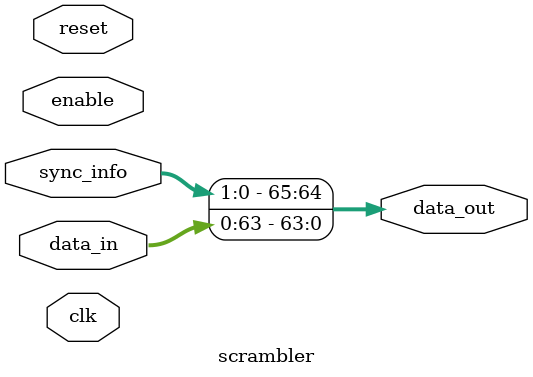
<source format=v>
`timescale 1ps/1ps

module scrambler #
(
    parameter TX_DATA_WIDTH = 64
)
(
    input                           clk  ,
    input                           reset,
    
    input                           enable,
    input   [1:0]                   sync_info,
    input   [0:(TX_DATA_WIDTH-1)]   data_in,
    output  [(TX_DATA_WIDTH+1):0]   data_out
);

    assign data_out = {sync_info, data_in};

endmodule
</source>
